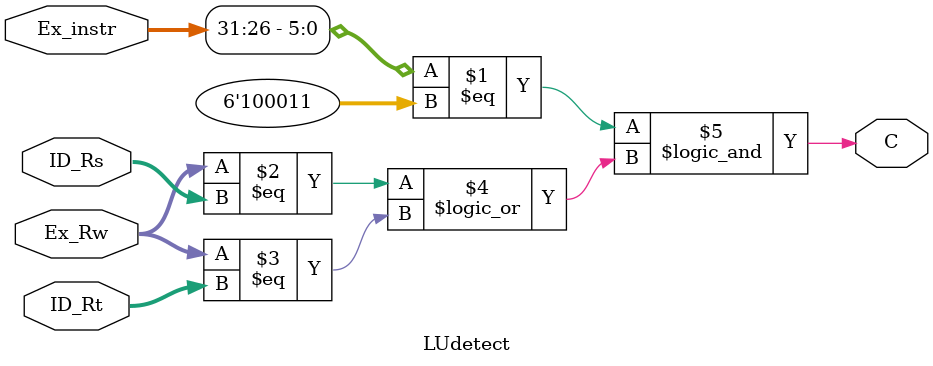
<source format=v>
module LUdetect(//检测是否发生load-use数据冒险,可以再lw之后的指令进入ID阶段开始检测
    input[31:0] Ex_instr,
    input[4:0] ID_Rs,
    input[4:0] ID_Rt,
    input[4:0] Ex_Rw,
    output C
);
parameter lw=6'b100011;
assign C=(Ex_instr[31:26]==lw)&&((Ex_Rw==ID_Rs)||(Ex_Rw==ID_Rt));
endmodule
</source>
